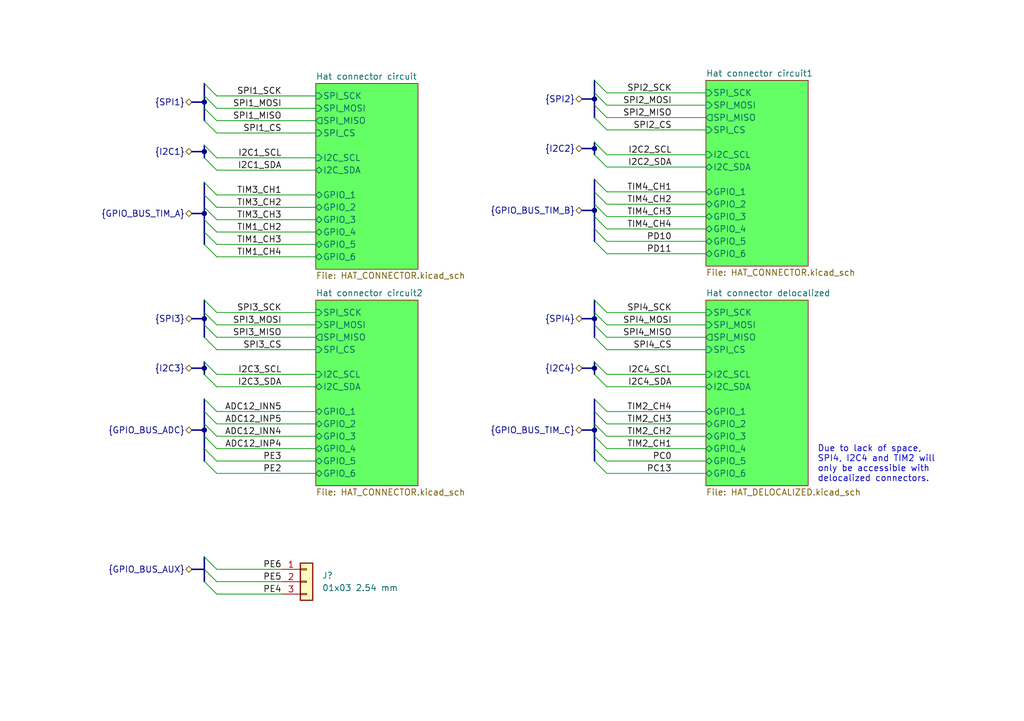
<source format=kicad_sch>
(kicad_sch (version 20211123) (generator eeschema)
  (paper "A5")
  (lib_symbols
    (symbol "Connector_Generic:Conn_01x03" (pin_names (offset 1.016) hide)
      (property "Reference" "J" (at 0 5.08 0))
      (property "Value" "Conn_01x03" (at 0 -5.08 0))
      (symbol "Conn_01x03_1_1"
        (rectangle (start -1.27 -2.413) (end 0 -2.667) (stroke (width 0.1524)))
        (rectangle (start -1.27 0.127) (end 0 -0.127) (stroke (width 0.1524)))
        (rectangle (start -1.27 2.667) (end 0 2.413) (stroke (width 0.1524)))
        (rectangle (start -1.27 3.81) (end 1.27 -3.81) (stroke (width 0.254)) (fill (type background)))
        (pin passive line (at -5.08 2.54 0) (length 3.81) (name "Pin_1") (number "1"))
        (pin passive line (at -5.08 0 0) (length 3.81) (name "Pin_2") (number "2"))
        (pin passive line (at -5.08 -2.54 0) (length 3.81) (name "Pin_3") (number "3"))
      )
    )
  )
  (junction (at 41.91 20.955))
  (junction (at 41.91 88.265))
  (junction (at 121.92 75.565))
  (junction (at 121.92 20.32))
  (junction (at 41.91 65.405))
  (junction (at 121.92 88.265))
  (junction (at 41.91 43.815))
  (junction (at 121.92 65.405))
  (junction (at 121.92 43.18))
  (junction (at 121.92 30.48))
  (junction (at 41.91 31.115))
  (junction (at 41.91 75.565))
  (bus_entry (at 44.45 86.995) (size -2.54 -2.54))
  (bus_entry (at 44.45 79.375) (size -2.54 -2.54))
  (bus_entry (at 124.46 49.53) (size -2.54 -2.54))
  (bus_entry (at 124.46 79.375) (size -2.54 -2.54))
  (bus_entry (at 124.46 76.835) (size -2.54 -2.54))
  (bus_entry (at 124.46 52.07) (size -2.54 -2.54))
  (bus_entry (at 124.46 89.535) (size -2.54 -2.54))
  (bus_entry (at 124.46 86.995) (size -2.54 -2.54))
  (bus_entry (at 44.45 116.84) (size -2.54 -2.54))
  (bus_entry (at 124.46 92.075) (size -2.54 -2.54))
  (bus_entry (at 124.46 44.45) (size -2.54 -2.54))
  (bus_entry (at 44.45 121.92) (size -2.54 -2.54))
  (bus_entry (at 124.46 46.99) (size -2.54 -2.54))
  (bus_entry (at 44.45 92.075) (size -2.54 -2.54))
  (bus_entry (at 124.46 24.13) (size -2.54 -2.54))
  (bus_entry (at 44.45 47.625) (size -2.54 -2.54))
  (bus_entry (at 44.45 42.545) (size -2.54 -2.54))
  (bus_entry (at 44.45 50.165) (size -2.54 -2.54))
  (bus_entry (at 44.45 27.305) (size -2.54 -2.54))
  (bus_entry (at 124.46 71.755) (size -2.54 -2.54))
  (bus_entry (at 44.45 76.835) (size -2.54 -2.54))
  (bus_entry (at 44.45 19.685) (size -2.54 -2.54))
  (bus_entry (at 44.45 64.135) (size -2.54 -2.54))
  (bus_entry (at 44.45 97.155) (size -2.54 -2.54))
  (bus_entry (at 44.45 32.385) (size -2.54 -2.54))
  (bus_entry (at 44.45 24.765) (size -2.54 -2.54))
  (bus_entry (at 44.45 84.455) (size -2.54 -2.54))
  (bus_entry (at 124.46 21.59) (size -2.54 -2.54))
  (bus_entry (at 44.45 66.675) (size -2.54 -2.54))
  (bus_entry (at 124.46 64.135) (size -2.54 -2.54))
  (bus_entry (at 44.45 119.38) (size -2.54 -2.54))
  (bus_entry (at 44.45 89.535) (size -2.54 -2.54))
  (bus_entry (at 44.45 22.225) (size -2.54 -2.54))
  (bus_entry (at 124.46 94.615) (size -2.54 -2.54))
  (bus_entry (at 124.46 34.29) (size -2.54 -2.54))
  (bus_entry (at 44.45 71.755) (size -2.54 -2.54))
  (bus_entry (at 124.46 31.75) (size -2.54 -2.54))
  (bus_entry (at 44.45 52.705) (size -2.54 -2.54))
  (bus_entry (at 124.46 39.37) (size -2.54 -2.54))
  (bus_entry (at 44.45 40.005) (size -2.54 -2.54))
  (bus_entry (at 44.45 94.615) (size -2.54 -2.54))
  (bus_entry (at 124.46 66.675) (size -2.54 -2.54))
  (bus_entry (at 44.45 69.215) (size -2.54 -2.54))
  (bus_entry (at 124.46 69.215) (size -2.54 -2.54))
  (bus_entry (at 124.46 26.67) (size -2.54 -2.54))
  (bus_entry (at 44.45 34.925) (size -2.54 -2.54))
  (bus_entry (at 124.46 19.05) (size -2.54 -2.54))
  (bus_entry (at 124.46 84.455) (size -2.54 -2.54))
  (bus_entry (at 44.45 45.085) (size -2.54 -2.54))
  (bus_entry (at 124.46 97.155) (size -2.54 -2.54))
  (bus_entry (at 124.46 41.91) (size -2.54 -2.54))
  (bus (pts (xy 41.91 22.225) (xy 41.91 24.765)))
  (bus (pts (xy 41.91 65.405) (xy 39.37 65.405)))
  (wire (pts (xy 44.45 32.385) (xy 64.77 32.385)))
  (bus (pts (xy 41.91 61.595) (xy 41.91 64.135)))
  (wire (pts (xy 124.46 64.135) (xy 144.78 64.135)))
  (wire (pts (xy 44.45 92.075) (xy 64.77 92.075)))
  (wire (pts (xy 124.46 31.75) (xy 144.78 31.75)))
  (bus (pts (xy 41.91 84.455) (xy 41.91 86.995)))
  (wire (pts (xy 124.46 69.215) (xy 144.78 69.215)))
  (wire (pts (xy 124.46 97.155) (xy 144.78 97.155)))
  (wire (pts (xy 124.46 21.59) (xy 144.78 21.59)))
  (wire (pts (xy 57.785 116.84) (xy 44.45 116.84)))
  (wire (pts (xy 124.46 79.375) (xy 144.78 79.375)))
  (bus (pts (xy 41.91 37.465) (xy 41.91 40.005)))
  (wire (pts (xy 124.46 41.91) (xy 144.78 41.91)))
  (wire (pts (xy 124.46 94.615) (xy 144.78 94.615)))
  (wire (pts (xy 124.46 76.835) (xy 144.78 76.835)))
  (bus (pts (xy 121.92 88.265) (xy 119.38 88.265)))
  (bus (pts (xy 41.91 29.845) (xy 41.91 31.115)))
  (bus (pts (xy 121.92 43.18) (xy 119.38 43.18)))
  (bus (pts (xy 41.91 92.075) (xy 41.91 94.615)))
  (bus (pts (xy 121.92 29.21) (xy 121.92 30.48)))
  (bus (pts (xy 121.92 86.995) (xy 121.92 88.265)))
  (bus (pts (xy 41.91 86.995) (xy 41.91 88.265)))
  (bus (pts (xy 121.92 65.405) (xy 119.38 65.405)))
  (bus (pts (xy 41.91 45.085) (xy 41.91 47.625)))
  (bus (pts (xy 41.91 114.3) (xy 41.91 116.84)))
  (bus (pts (xy 121.92 43.18) (xy 121.92 44.45)))
  (bus (pts (xy 121.92 16.51) (xy 121.92 19.05)))
  (wire (pts (xy 44.45 50.165) (xy 64.77 50.165)))
  (bus (pts (xy 121.92 21.59) (xy 121.92 24.13)))
  (wire (pts (xy 124.46 52.07) (xy 144.78 52.07)))
  (bus (pts (xy 41.91 19.685) (xy 41.91 20.955)))
  (wire (pts (xy 44.45 69.215) (xy 64.77 69.215)))
  (bus (pts (xy 121.92 41.91) (xy 121.92 43.18)))
  (wire (pts (xy 124.46 19.05) (xy 144.78 19.05)))
  (bus (pts (xy 41.91 88.265) (xy 41.91 89.535)))
  (wire (pts (xy 44.45 89.535) (xy 64.77 89.535)))
  (wire (pts (xy 44.45 40.005) (xy 64.77 40.005)))
  (bus (pts (xy 121.92 20.32) (xy 121.92 21.59)))
  (wire (pts (xy 44.45 42.545) (xy 64.77 42.545)))
  (bus (pts (xy 41.91 43.815) (xy 41.91 45.085)))
  (bus (pts (xy 41.91 64.135) (xy 41.91 65.405)))
  (bus (pts (xy 41.91 66.675) (xy 41.91 69.215)))
  (wire (pts (xy 57.785 121.92) (xy 44.45 121.92)))
  (bus (pts (xy 41.91 65.405) (xy 41.91 66.675)))
  (wire (pts (xy 44.45 47.625) (xy 64.77 47.625)))
  (bus (pts (xy 121.92 44.45) (xy 121.92 46.99)))
  (wire (pts (xy 44.45 79.375) (xy 64.77 79.375)))
  (wire (pts (xy 44.45 52.705) (xy 64.77 52.705)))
  (wire (pts (xy 124.46 46.99) (xy 144.78 46.99)))
  (wire (pts (xy 124.46 44.45) (xy 144.78 44.45)))
  (wire (pts (xy 124.46 49.53) (xy 144.78 49.53)))
  (bus (pts (xy 41.91 116.84) (xy 41.91 119.38)))
  (bus (pts (xy 41.91 42.545) (xy 41.91 43.815)))
  (wire (pts (xy 44.45 84.455) (xy 64.77 84.455)))
  (bus (pts (xy 41.91 74.295) (xy 41.91 75.565)))
  (bus (pts (xy 121.92 20.32) (xy 119.38 20.32)))
  (bus (pts (xy 121.92 30.48) (xy 119.38 30.48)))
  (wire (pts (xy 44.45 24.765) (xy 64.77 24.765)))
  (wire (pts (xy 44.45 22.225) (xy 64.77 22.225)))
  (wire (pts (xy 44.45 94.615) (xy 64.77 94.615)))
  (bus (pts (xy 121.92 64.135) (xy 121.92 65.405)))
  (bus (pts (xy 121.92 75.565) (xy 121.92 76.835)))
  (bus (pts (xy 121.92 36.83) (xy 121.92 39.37)))
  (wire (pts (xy 124.46 34.29) (xy 144.78 34.29)))
  (bus (pts (xy 121.92 39.37) (xy 121.92 41.91)))
  (bus (pts (xy 121.92 92.075) (xy 121.92 94.615)))
  (wire (pts (xy 124.46 71.755) (xy 144.78 71.755)))
  (bus (pts (xy 41.91 47.625) (xy 41.91 50.165)))
  (bus (pts (xy 121.92 46.99) (xy 121.92 49.53)))
  (bus (pts (xy 41.91 43.815) (xy 39.37 43.815)))
  (bus (pts (xy 121.92 65.405) (xy 121.92 66.675)))
  (wire (pts (xy 124.46 24.13) (xy 144.78 24.13)))
  (bus (pts (xy 121.92 84.455) (xy 121.92 86.995)))
  (bus (pts (xy 121.92 19.05) (xy 121.92 20.32)))
  (wire (pts (xy 44.45 86.995) (xy 64.77 86.995)))
  (wire (pts (xy 44.45 64.135) (xy 64.77 64.135)))
  (bus (pts (xy 121.92 89.535) (xy 121.92 92.075)))
  (bus (pts (xy 41.91 89.535) (xy 41.91 92.075)))
  (bus (pts (xy 41.91 75.565) (xy 39.37 75.565)))
  (bus (pts (xy 41.91 17.145) (xy 41.91 19.685)))
  (bus (pts (xy 121.92 81.915) (xy 121.92 84.455)))
  (wire (pts (xy 124.46 89.535) (xy 144.78 89.535)))
  (bus (pts (xy 41.91 31.115) (xy 41.91 32.385)))
  (bus (pts (xy 41.91 40.005) (xy 41.91 42.545)))
  (wire (pts (xy 44.45 45.085) (xy 64.77 45.085)))
  (bus (pts (xy 41.91 116.84) (xy 39.37 116.84)))
  (wire (pts (xy 44.45 19.685) (xy 64.77 19.685)))
  (bus (pts (xy 121.92 30.48) (xy 121.92 31.75)))
  (bus (pts (xy 41.91 20.955) (xy 39.37 20.955)))
  (wire (pts (xy 124.46 66.675) (xy 144.78 66.675)))
  (wire (pts (xy 44.45 34.925) (xy 64.77 34.925)))
  (bus (pts (xy 41.91 31.115) (xy 39.37 31.115)))
  (wire (pts (xy 124.46 84.455) (xy 144.78 84.455)))
  (bus (pts (xy 41.91 81.915) (xy 41.91 84.455)))
  (wire (pts (xy 44.45 66.675) (xy 64.77 66.675)))
  (bus (pts (xy 41.91 20.955) (xy 41.91 22.225)))
  (wire (pts (xy 124.46 86.995) (xy 144.78 86.995)))
  (wire (pts (xy 44.45 97.155) (xy 64.77 97.155)))
  (wire (pts (xy 124.46 39.37) (xy 144.78 39.37)))
  (bus (pts (xy 121.92 66.675) (xy 121.92 69.215)))
  (bus (pts (xy 41.91 88.265) (xy 39.37 88.265)))
  (wire (pts (xy 124.46 92.075) (xy 144.78 92.075)))
  (bus (pts (xy 41.91 75.565) (xy 41.91 76.835)))
  (bus (pts (xy 121.92 88.265) (xy 121.92 89.535)))
  (wire (pts (xy 44.45 76.835) (xy 64.77 76.835)))
  (wire (pts (xy 57.785 119.38) (xy 44.45 119.38)))
  (bus (pts (xy 121.92 74.295) (xy 121.92 75.565)))
  (wire (pts (xy 44.45 27.305) (xy 64.77 27.305)))
  (wire (pts (xy 44.45 71.755) (xy 64.77 71.755)))
  (bus (pts (xy 121.92 61.595) (xy 121.92 64.135)))
  (bus (pts (xy 121.92 75.565) (xy 119.38 75.565)))
  (wire (pts (xy 124.46 26.67) (xy 144.78 26.67)))
  (text "Due to lack of space,\nSPI4, I2C4 and TIM2 will\nonly be accessible with \ndelocalized connectors." (at 167.64 99.06 0) (effects (font (size 1.27 1.27)) (justify left bottom)))
  (label "I2C4_SCL" (at 137.795 76.835 180))
  (label "PE6" (at 57.785 116.84 180))
  (label "TIM3_CH2" (at 57.785 42.545 180))
  (label "SPI4_MISO" (at 137.795 69.215 180))
  (label "PC0" (at 137.795 94.615 180))
  (label "ADC12_INN5" (at 57.785 84.455 180))
  (label "SPI4_CS" (at 137.795 71.755 180))
  (label "I2C3_SDA" (at 57.785 79.375 180))
  (label "TIM2_CH1" (at 137.795 92.075 180))
  (label "SPI1_CS" (at 57.785 27.305 180))
  (label "SPI3_MOSI" (at 57.785 66.675 180))
  (label "SPI1_MOSI" (at 57.785 22.225 180))
  (label "TIM4_CH1" (at 137.795 39.37 180))
  (label "SPI2_SCK" (at 137.795 19.05 180))
  (label "I2C1_SDA" (at 57.785 34.925 180))
  (label "I2C1_SCL" (at 57.785 32.385 180))
  (label "PD11" (at 137.795 52.07 180))
  (label "SPI1_MISO" (at 57.785 24.765 180))
  (label "I2C2_SCL" (at 137.795 31.75 180))
  (label "SPI3_CS" (at 57.785 71.755 180))
  (label "PE3" (at 57.785 94.615 180))
  (label "PC13" (at 137.795 97.155 180))
  (label "SPI4_SCK" (at 137.795 64.135 180))
  (label "SPI2_MOSI" (at 137.795 21.59 180))
  (label "TIM2_CH3" (at 137.795 86.995 180))
  (label "TIM4_CH4" (at 137.795 46.99 180))
  (label "TIM4_CH2" (at 137.795 41.91 180))
  (label "SPI3_MISO" (at 57.785 69.215 180))
  (label "PE4" (at 57.785 121.92 180))
  (label "TIM3_CH3" (at 57.785 45.085 180))
  (label "SPI1_SCK" (at 57.785 19.685 180))
  (label "TIM1_CH4" (at 57.785 52.705 180))
  (label "ADC12_INN4" (at 57.785 89.535 180))
  (label "TIM1_CH3" (at 57.785 50.165 180))
  (label "I2C2_SDA" (at 137.795 34.29 180))
  (label "I2C3_SCL" (at 57.785 76.835 180))
  (label "ADC12_INP4" (at 57.785 92.075 180))
  (label "PD10" (at 137.795 49.53 180))
  (label "I2C4_SDA" (at 137.795 79.375 180))
  (label "TIM2_CH2" (at 137.795 89.535 180))
  (label "PE5" (at 57.785 119.38 180))
  (label "ADC12_INP5" (at 57.785 86.995 180))
  (label "SPI2_CS" (at 137.795 26.67 180))
  (label "TIM4_CH3" (at 137.795 44.45 180))
  (label "PE2" (at 57.785 97.155 180))
  (label "SPI2_MISO" (at 137.795 24.13 180))
  (label "SPI4_MOSI" (at 137.795 66.675 180))
  (label "TIM3_CH1" (at 57.785 40.005 180))
  (label "SPI3_SCK" (at 57.785 64.135 180))
  (label "TIM2_CH4" (at 137.795 84.455 180))
  (label "TIM1_CH2" (at 57.785 47.625 180))
  (hierarchical_label "{I2C1}" (shape bidirectional) (at 39.37 31.115 180))
  (hierarchical_label "{GPIO_BUS_AUX}" (shape bidirectional) (at 39.37 116.84 180))
  (hierarchical_label "{SPI2}" (shape bidirectional) (at 119.38 20.32 180))
  (hierarchical_label "{SPI4}" (shape bidirectional) (at 119.38 65.405 180))
  (hierarchical_label "{I2C2}" (shape bidirectional) (at 119.38 30.48 180))
  (hierarchical_label "{GPIO_BUS_TIM_C}" (shape bidirectional) (at 119.38 88.265 180))
  (hierarchical_label "{GPIO_BUS_TIM_A}" (shape bidirectional) (at 39.37 43.815 180))
  (hierarchical_label "{I2C4}" (shape bidirectional) (at 119.38 75.565 180))
  (hierarchical_label "{GPIO_BUS_TIM_B}" (shape bidirectional) (at 119.38 43.18 180))
  (hierarchical_label "{GPIO_BUS_ADC}" (shape bidirectional) (at 39.37 88.265 180))
  (hierarchical_label "{SPI1}" (shape bidirectional) (at 39.37 20.955 180))
  (hierarchical_label "{I2C3}" (shape bidirectional) (at 39.37 75.565 180))
  (hierarchical_label "{SPI3}" (shape bidirectional) (at 39.37 65.405 180))
  (symbol (lib_id "Connector_Generic:Conn_01x03") (at 62.865 119.38 0) (unit 1)
    (property "Reference" "J?" (at 66.04 118.1099 0) (effects (justify left)))
    (property "Value" "01x03 2.54 mm" (at 66.04 120.6499 0) (effects (justify left)))
    (property "Footprint" "Connector_PinHeader_2.54mm:PinHeader_1x03_P2.54mm_Vertical" (effects hide))
  )
  (sheet (at 64.77 61.595) (size 20.955 38.1) (stroke (width 0.1524)) (fill (color 100 255 100 1.0000))
    (property "Sheet name" "Hat connector circuit2" (at 64.77 60.8834 0) (effects (justify left bottom)))
    (property "Sheet file" "HAT_CONNECTOR.kicad_sch" (at 64.77 100.2796 0) (effects (justify left top)))
    (pin "SPI_MISO" output (at 64.77 69.215 180))
    (pin "SPI_SCK" input (at 64.77 64.135 180))
    (pin "SPI_MOSI" input (at 64.77 66.675 180))
    (pin "SPI_CS" input (at 64.77 71.755 180))
    (pin "I2C_SCL" input (at 64.77 76.835 180))
    (pin "I2C_SDA" bidirectional (at 64.77 79.375 180))
    (pin "GPIO_5" bidirectional (at 64.77 94.615 180))
    (pin "GPIO_1" bidirectional (at 64.77 84.455 180))
    (pin "GPIO_2" bidirectional (at 64.77 86.995 180))
    (pin "GPIO_3" bidirectional (at 64.77 89.535 180))
    (pin "GPIO_4" bidirectional (at 64.77 92.075 180))
    (pin "GPIO_6" bidirectional (at 64.77 97.155 180))
  )
  (sheet (at 64.77 17.145) (size 20.955 38.1) (stroke (width 0.1524)) (fill (color 100 255 100 1.0000))
    (property "Sheet name" "Hat connector circuit" (at 64.77 16.4334 0) (effects (justify left bottom)))
    (property "Sheet file" "HAT_CONNECTOR.kicad_sch" (at 64.77 55.8296 0) (effects (justify left top)))
    (pin "SPI_MISO" output (at 64.77 24.765 180))
    (pin "SPI_SCK" input (at 64.77 19.685 180))
    (pin "SPI_MOSI" input (at 64.77 22.225 180))
    (pin "SPI_CS" input (at 64.77 27.305 180))
    (pin "I2C_SCL" input (at 64.77 32.385 180))
    (pin "I2C_SDA" bidirectional (at 64.77 34.925 180))
    (pin "GPIO_5" bidirectional (at 64.77 50.165 180))
    (pin "GPIO_1" bidirectional (at 64.77 40.005 180))
    (pin "GPIO_2" bidirectional (at 64.77 42.545 180))
    (pin "GPIO_3" bidirectional (at 64.77 45.085 180))
    (pin "GPIO_4" bidirectional (at 64.77 47.625 180))
    (pin "GPIO_6" bidirectional (at 64.77 52.705 180))
  )
  (sheet (at 144.78 16.51) (size 20.955 38.1) (stroke (width 0.1524)) (fill (color 100 255 100 1.0000))
    (property "Sheet name" "Hat connector circuit1" (at 144.78 15.7984 0) (effects (justify left bottom)))
    (property "Sheet file" "HAT_CONNECTOR.kicad_sch" (at 144.78 55.1946 0) (effects (justify left top)))
    (pin "SPI_MISO" output (at 144.78 24.13 180))
    (pin "SPI_SCK" input (at 144.78 19.05 180))
    (pin "SPI_MOSI" input (at 144.78 21.59 180))
    (pin "SPI_CS" input (at 144.78 26.67 180))
    (pin "I2C_SCL" input (at 144.78 31.75 180))
    (pin "I2C_SDA" bidirectional (at 144.78 34.29 180))
    (pin "GPIO_5" bidirectional (at 144.78 49.53 180))
    (pin "GPIO_1" bidirectional (at 144.78 39.37 180))
    (pin "GPIO_2" bidirectional (at 144.78 41.91 180))
    (pin "GPIO_3" bidirectional (at 144.78 44.45 180))
    (pin "GPIO_4" bidirectional (at 144.78 46.99 180))
    (pin "GPIO_6" bidirectional (at 144.78 52.07 180))
  )
  (sheet (at 144.78 61.595) (size 20.955 38.1) (stroke (width 0.1524)) (fill (color 100 255 100 1.0000))
    (property "Sheet name" "Hat connector delocalized" (at 144.78 60.8834 0) (effects (justify left bottom)))
    (property "Sheet file" "HAT_DELOCALIZED.kicad_sch" (at 144.78 100.2796 0) (effects (justify left top)))
    (pin "GPIO_6" bidirectional (at 144.78 97.155 180))
    (pin "SPI_MISO" output (at 144.78 69.215 180))
    (pin "SPI_CS" input (at 144.78 71.755 180))
    (pin "GPIO_5" bidirectional (at 144.78 94.615 180))
    (pin "I2C_SCL" input (at 144.78 76.835 180))
    (pin "SPI_MOSI" input (at 144.78 66.675 180))
    (pin "GPIO_2" bidirectional (at 144.78 86.995 180))
    (pin "I2C_SDA" bidirectional (at 144.78 79.375 180))
    (pin "GPIO_1" bidirectional (at 144.78 84.455 180))
    (pin "GPIO_4" bidirectional (at 144.78 92.075 180))
    (pin "GPIO_3" bidirectional (at 144.78 89.535 180))
    (pin "SPI_SCK" input (at 144.78 64.135 180))
  )
)
</source>
